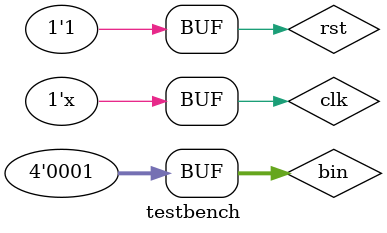
<source format=v>
`timescale 1ns / 1ps

module testbench();

reg clk, rst;
reg [3:0] bin;
wire [7:0] bcd;

bin2bcd tb(clk, rst, bin, bcd);

initial begin
    clk <= 0;
    rst <= 1;
    bin <= 4'b0000;
    #10 rst <= 0;
    #10 rst <= 1;
    #30 bin <= 4'b0001;
    #30 bin <= 4'b0010;
    #30 bin <= 4'b0011;
    #30 bin <= 4'b0100;
    #30 bin <= 4'b0101;
    #30 bin <= 4'b0110;
    #30 bin <= 4'b0111;
    #30 bin <= 4'b1000;
    #30 bin <= 4'b1001;
    #30 bin <= 4'b1010;
    #30 bin <= 4'b1011;
    #30 bin <= 4'b1100;
    #30 bin <= 4'b1101;
    #30 bin <= 4'b1110;
    #30 bin <= 4'b1111;
    #30 bin <= 4'b0001;
end

always begin 
    #5 clk <= ~clk;
end

endmodule

</source>
